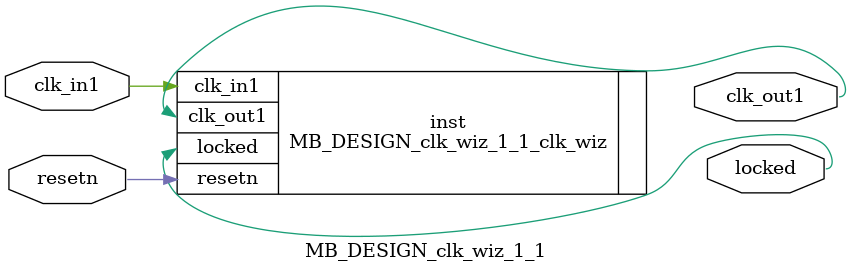
<source format=v>


`timescale 1ps/1ps

(* CORE_GENERATION_INFO = "MB_DESIGN_clk_wiz_1_1,clk_wiz_v6_0_11_0_0,{component_name=MB_DESIGN_clk_wiz_1_1,use_phase_alignment=true,use_min_o_jitter=false,use_max_i_jitter=false,use_dyn_phase_shift=false,use_inclk_switchover=false,use_dyn_reconfig=false,enable_axi=0,feedback_source=FDBK_AUTO,PRIMITIVE=MMCM,num_out_clk=1,clkin1_period=10.000,clkin2_period=10.000,use_power_down=false,use_reset=true,use_locked=true,use_inclk_stopped=false,feedback_type=SINGLE,CLOCK_MGR_TYPE=NA,manual_override=false}" *)

module MB_DESIGN_clk_wiz_1_1 
 (
  // Clock out ports
  output        clk_out1,
  // Status and control signals
  input         resetn,
  output        locked,
 // Clock in ports
  input         clk_in1
 );

  MB_DESIGN_clk_wiz_1_1_clk_wiz inst
  (
  // Clock out ports  
  .clk_out1(clk_out1),
  // Status and control signals               
  .resetn(resetn), 
  .locked(locked),
 // Clock in ports
  .clk_in1(clk_in1)
  );

endmodule

</source>
